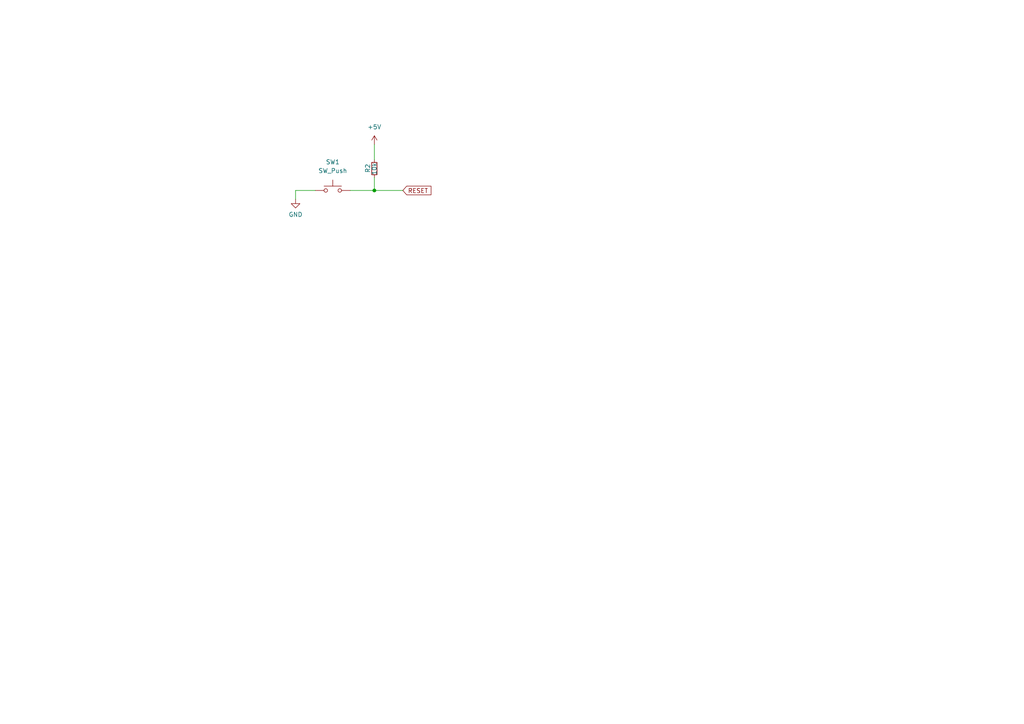
<source format=kicad_sch>
(kicad_sch (version 20230121) (generator eeschema)
  (paper "A4")
  (lib_symbols
    (symbol "Device:R_Small" (pin_numbers hide) (pin_names (offset 0.254) hide)
      (property "Reference" "R" (at 0.762 0.508 0))
      (property "Value" "R_Small" (at 0.762 -1.016 0))
      (symbol "R_Small_0_1"
        (rectangle (start -0.762 1.778) (end 0.762 -1.778) (stroke (width 0.2032)))
      )
      (symbol "R_Small_1_1"
        (pin passive line (at 0 2.54 270) (length 0.762) (name "~") (number "1"))
        (pin passive line (at 0 -2.54 90) (length 0.762) (name "~") (number "2"))
      )
    )
    (symbol "Switch:SW_Push" (pin_numbers hide) (pin_names (offset 1.016) hide)
      (property "Reference" "SW" (at 1.27 2.54 0))
      (property "Value" "SW_Push" (at 0 -1.524 0))
      (symbol "SW_Push_0_1"
        (circle (center -2.032 0) (radius 0.508))
        (polyline (pts (xy 0 1.27) (xy 0 3.048)))
        (polyline (pts (xy 2.54 1.27) (xy -2.54 1.27)))
        (circle (center 2.032 0) (radius 0.508))
        (pin passive line (at -5.08 0 0) (length 2.54) (name "1") (number "1"))
        (pin passive line (at 5.08 0 180) (length 2.54) (name "2") (number "2"))
      )
    )
    (symbol "power:+5V" (power) (pin_names (offset 0))
      (property "Value" "+5V" (at 0 3.556 0))
      (symbol "+5V_0_1"
        (polyline (pts (xy -0.762 1.27) (xy 0 2.54)))
        (polyline (pts (xy 0 0) (xy 0 2.54)))
        (polyline (pts (xy 0 2.54) (xy 0.762 1.27)))
      )
      (symbol "+5V_1_1"
        (pin power_in line (at 0 0 90) (length 0) hide (name "+5V") (number "1"))
      )
    )
    (symbol "power:GND" (power) (pin_names (offset 0))
      (property "Value" "GND" (at 0 -3.81 0))
      (symbol "GND_0_1"
        (polyline (pts (xy 0 0) (xy 0 -1.27) (xy 1.27 -1.27) (xy 0 -2.54) (xy -1.27 -1.27) (xy 0 -1.27)))
      )
      (symbol "GND_1_1"
        (pin power_in line (at 0 0 270) (length 0) hide (name "GND") (number "1"))
      )
    )
  )
  (junction (at 108.585 55.245))
  (wire (pts (xy 85.725 55.245) (xy 85.725 57.785)))
  (wire (pts (xy 108.585 51.435) (xy 108.585 55.245)))
  (wire (pts (xy 91.44 55.245) (xy 85.725 55.245)))
  (wire (pts (xy 108.585 41.91) (xy 108.585 46.355)))
  (wire (pts (xy 108.585 55.245) (xy 116.84 55.245)))
  (wire (pts (xy 101.6 55.245) (xy 108.585 55.245)))
  (global_label "RESET" (shape input) (at 116.84 55.245 0) (property "Intersheetrefs" "${INTERSHEET_REFS}" (effects hide)))
  (symbol (lib_id "Device:R_Small") (at 108.585 48.895 0) (unit 1)
    (property "Reference" "R2" (at 106.68 50.165 90) (effects (justify left)))
    (property "Value" "10k" (at 108.585 50.8 90) (effects (justify left)))
  )
  (symbol (lib_id "Switch:SW_Push") (at 96.52 55.245 0) (unit 1)
    (property "Reference" "SW1" (at 96.52 46.99 0))
    (property "Value" "SW_Push" (at 96.52 49.53 0))
  )
  (symbol (lib_id "power:GND") (at 85.725 57.785 0) (unit 1)
    (property "Reference" "#PWR011" (effects hide))
    (property "Value" "GND" (at 85.725 62.23 0))
  )
  (symbol (lib_id "power:+5V") (at 108.585 41.91 0) (unit 1)
    (property "Reference" "#PWR012" (effects hide))
    (property "Value" "+5V" (at 108.585 36.83 0))
  )
)
</source>
